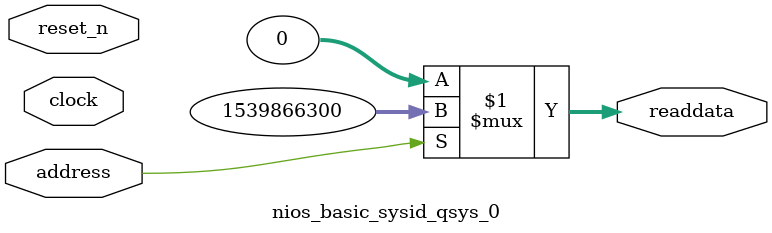
<source format=v>



// synthesis translate_off
`timescale 1ns / 1ps
// synthesis translate_on

// turn off superfluous verilog processor warnings 
// altera message_level Level1 
// altera message_off 10034 10035 10036 10037 10230 10240 10030 

module nios_basic_sysid_qsys_0 (
               // inputs:
                address,
                clock,
                reset_n,

               // outputs:
                readdata
             )
;

  output  [ 31: 0] readdata;
  input            address;
  input            clock;
  input            reset_n;

  wire    [ 31: 0] readdata;
  //control_slave, which is an e_avalon_slave
  assign readdata = address ? 1539866300 : 0;

endmodule



</source>
